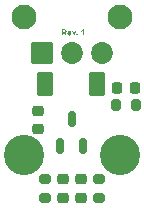
<source format=gbr>
%TF.GenerationSoftware,KiCad,Pcbnew,8.0.2-1*%
%TF.CreationDate,2024-08-18T21:43:33-07:00*%
%TF.ProjectId,HallSwitch,48616c6c-5377-4697-9463-682e6b696361,rev?*%
%TF.SameCoordinates,Original*%
%TF.FileFunction,Soldermask,Top*%
%TF.FilePolarity,Negative*%
%FSLAX46Y46*%
G04 Gerber Fmt 4.6, Leading zero omitted, Abs format (unit mm)*
G04 Created by KiCad (PCBNEW 8.0.2-1) date 2024-08-18 21:43:33*
%MOMM*%
%LPD*%
G01*
G04 APERTURE LIST*
G04 Aperture macros list*
%AMRoundRect*
0 Rectangle with rounded corners*
0 $1 Rounding radius*
0 $2 $3 $4 $5 $6 $7 $8 $9 X,Y pos of 4 corners*
0 Add a 4 corners polygon primitive as box body*
4,1,4,$2,$3,$4,$5,$6,$7,$8,$9,$2,$3,0*
0 Add four circle primitives for the rounded corners*
1,1,$1+$1,$2,$3*
1,1,$1+$1,$4,$5*
1,1,$1+$1,$6,$7*
1,1,$1+$1,$8,$9*
0 Add four rect primitives between the rounded corners*
20,1,$1+$1,$2,$3,$4,$5,0*
20,1,$1+$1,$4,$5,$6,$7,0*
20,1,$1+$1,$6,$7,$8,$9,0*
20,1,$1+$1,$8,$9,$2,$3,0*%
G04 Aperture macros list end*
%ADD10C,0.127000*%
%ADD11RoundRect,0.150000X0.150000X-0.512500X0.150000X0.512500X-0.150000X0.512500X-0.150000X-0.512500X0*%
%ADD12RoundRect,0.225000X0.250000X-0.225000X0.250000X0.225000X-0.250000X0.225000X-0.250000X-0.225000X0*%
%ADD13C,2.100000*%
%ADD14RoundRect,0.218750X0.256250X-0.218750X0.256250X0.218750X-0.256250X0.218750X-0.256250X-0.218750X0*%
%ADD15RoundRect,0.200000X-0.200000X-0.275000X0.200000X-0.275000X0.200000X0.275000X-0.200000X0.275000X0*%
%ADD16RoundRect,0.225000X0.225000X0.250000X-0.225000X0.250000X-0.225000X-0.250000X0.225000X-0.250000X0*%
%ADD17RoundRect,0.200000X0.275000X-0.200000X0.275000X0.200000X-0.275000X0.200000X-0.275000X-0.200000X0*%
%ADD18RoundRect,0.250000X-0.450000X-0.800000X0.450000X-0.800000X0.450000X0.800000X-0.450000X0.800000X0*%
%ADD19C,3.403600*%
%ADD20RoundRect,0.102000X-0.825000X-0.825000X0.825000X-0.825000X0.825000X0.825000X-0.825000X0.825000X0*%
%ADD21C,1.854000*%
G04 APERTURE END LIST*
D10*
G36*
X126409915Y-94520975D02*
G01*
X126435933Y-94522440D01*
X126462296Y-94525385D01*
X126487162Y-94530379D01*
X126499852Y-94534382D01*
X126523683Y-94546502D01*
X126543995Y-94563753D01*
X126559408Y-94583888D01*
X126571185Y-94607150D01*
X126578601Y-94632423D01*
X126581654Y-94659708D01*
X126581741Y-94665406D01*
X126579624Y-94693230D01*
X126573273Y-94718510D01*
X126562688Y-94741247D01*
X126547869Y-94761440D01*
X126528893Y-94778617D01*
X126505714Y-94792304D01*
X126481985Y-94801418D01*
X126455038Y-94807860D01*
X126446747Y-94809209D01*
X126468386Y-94823227D01*
X126488815Y-94839555D01*
X126501961Y-94852512D01*
X126518763Y-94872973D01*
X126533229Y-94893306D01*
X126547439Y-94914863D01*
X126560773Y-94936138D01*
X126623307Y-95036640D01*
X126499728Y-95036640D01*
X126425034Y-94923111D01*
X126410984Y-94902587D01*
X126395006Y-94879986D01*
X126379460Y-94859390D01*
X126370565Y-94849038D01*
X126350601Y-94833012D01*
X126339546Y-94827945D01*
X126315036Y-94823330D01*
X126289766Y-94822243D01*
X126287559Y-94822237D01*
X126266590Y-94822237D01*
X126266590Y-95036640D01*
X126163359Y-95036640D01*
X126163359Y-94734888D01*
X126266590Y-94734888D01*
X126343020Y-94734888D01*
X126368928Y-94734674D01*
X126394192Y-94733885D01*
X126421013Y-94731747D01*
X126435829Y-94728809D01*
X126457437Y-94716115D01*
X126464738Y-94707592D01*
X126474255Y-94683371D01*
X126475285Y-94669997D01*
X126470927Y-94644623D01*
X126461512Y-94629176D01*
X126441134Y-94614783D01*
X126422553Y-94609572D01*
X126397459Y-94608269D01*
X126372302Y-94607918D01*
X126347239Y-94607835D01*
X126266590Y-94607835D01*
X126266590Y-94734888D01*
X126163359Y-94734888D01*
X126163359Y-94520486D01*
X126380739Y-94520486D01*
X126409915Y-94520975D01*
G37*
G36*
X126841836Y-94656816D02*
G01*
X126869555Y-94661946D01*
X126894823Y-94670923D01*
X126917640Y-94683747D01*
X126938004Y-94700419D01*
X126947267Y-94710197D01*
X126963469Y-94732762D01*
X126976156Y-94759418D01*
X126984042Y-94784757D01*
X126989487Y-94812938D01*
X126992490Y-94843960D01*
X126993134Y-94870823D01*
X126993051Y-94877823D01*
X126747382Y-94877823D01*
X126750123Y-94904087D01*
X126758036Y-94928444D01*
X126771080Y-94948050D01*
X126791372Y-94964277D01*
X126815349Y-94972232D01*
X126827659Y-94973113D01*
X126852336Y-94969132D01*
X126866246Y-94961822D01*
X126882938Y-94942329D01*
X126890069Y-94925468D01*
X126987840Y-94941350D01*
X126977046Y-94965095D01*
X126961639Y-94988211D01*
X126942777Y-95007520D01*
X126928284Y-95018276D01*
X126903842Y-95030992D01*
X126879398Y-95038801D01*
X126852394Y-95043322D01*
X126826666Y-95044580D01*
X126797653Y-95043032D01*
X126771099Y-95038389D01*
X126747005Y-95030649D01*
X126721339Y-95017275D01*
X126699214Y-94999443D01*
X126683483Y-94981178D01*
X126669221Y-94957651D01*
X126658462Y-94931584D01*
X126652028Y-94907217D01*
X126648168Y-94880984D01*
X126646881Y-94852884D01*
X126648056Y-94824940D01*
X126649501Y-94814296D01*
X126749119Y-94814296D01*
X126895652Y-94814296D01*
X126893081Y-94789554D01*
X126884845Y-94765173D01*
X126873691Y-94749281D01*
X126853609Y-94734014D01*
X126828246Y-94727144D01*
X126822696Y-94726947D01*
X126796799Y-94731436D01*
X126775130Y-94744901D01*
X126769716Y-94750398D01*
X126756201Y-94772316D01*
X126749977Y-94797456D01*
X126749119Y-94814296D01*
X126649501Y-94814296D01*
X126651582Y-94798960D01*
X126658916Y-94770374D01*
X126669635Y-94744615D01*
X126683739Y-94721682D01*
X126695022Y-94707964D01*
X126713974Y-94690128D01*
X126734722Y-94675981D01*
X126757268Y-94665526D01*
X126781611Y-94658760D01*
X126807752Y-94655685D01*
X126816864Y-94655480D01*
X126841836Y-94656816D01*
G37*
G36*
X127172961Y-95036640D02*
G01*
X127023574Y-94663421D01*
X127126556Y-94663421D01*
X127196287Y-94853876D01*
X127216511Y-94917527D01*
X127224266Y-94893681D01*
X127226685Y-94885516D01*
X127234362Y-94861810D01*
X127237108Y-94853876D01*
X127307582Y-94663421D01*
X127408456Y-94663421D01*
X127261178Y-95036640D01*
X127172961Y-95036640D01*
G37*
G36*
X127413419Y-95036640D02*
G01*
X127413419Y-94941350D01*
X127511562Y-94941350D01*
X127511562Y-95036640D01*
X127413419Y-95036640D01*
G37*
G36*
X128038510Y-95036640D02*
G01*
X127940491Y-95036640D01*
X127940491Y-94663173D01*
X127919668Y-94682380D01*
X127897493Y-94699616D01*
X127873966Y-94714880D01*
X127849086Y-94728173D01*
X127822854Y-94739494D01*
X127813810Y-94742829D01*
X127813810Y-94647539D01*
X127838426Y-94637705D01*
X127861700Y-94625167D01*
X127883277Y-94611088D01*
X127897188Y-94600887D01*
X127917940Y-94582927D01*
X127935156Y-94563540D01*
X127948835Y-94542726D01*
X127958978Y-94520486D01*
X128038510Y-94520486D01*
X128038510Y-95036640D01*
G37*
D11*
%TO.C,U1*%
X126050000Y-104413900D03*
X127950000Y-104413900D03*
X127000000Y-102138900D03*
%TD*%
D12*
%TO.C,C1*%
X124155200Y-102959200D03*
X124155200Y-101409200D03*
%TD*%
D13*
%TO.C,H1*%
X122936000Y-93472000D03*
%TD*%
D14*
%TO.C,D3*%
X127762000Y-108788300D03*
X127762000Y-107213300D03*
%TD*%
D13*
%TO.C,H2*%
X131064000Y-93472000D03*
%TD*%
D15*
%TO.C,R1*%
X130797800Y-100939600D03*
X132447800Y-100939600D03*
%TD*%
D16*
%TO.C,C2*%
X132397800Y-99466400D03*
X130847800Y-99466400D03*
%TD*%
D17*
%TO.C,R3*%
X129286000Y-108825800D03*
X129286000Y-107175800D03*
%TD*%
%TO.C,R2*%
X124714000Y-108825800D03*
X124714000Y-107175800D03*
%TD*%
D14*
%TO.C,D2*%
X126238000Y-108788300D03*
X126238000Y-107213300D03*
%TD*%
D18*
%TO.C,D1*%
X124774600Y-99187000D03*
X129174600Y-99187000D03*
%TD*%
D19*
%TO.C,J1*%
X122936000Y-105156000D03*
X131064000Y-105156000D03*
D20*
X124460000Y-96520000D03*
D21*
X127000000Y-96520000D03*
X129540000Y-96520000D03*
%TD*%
M02*

</source>
